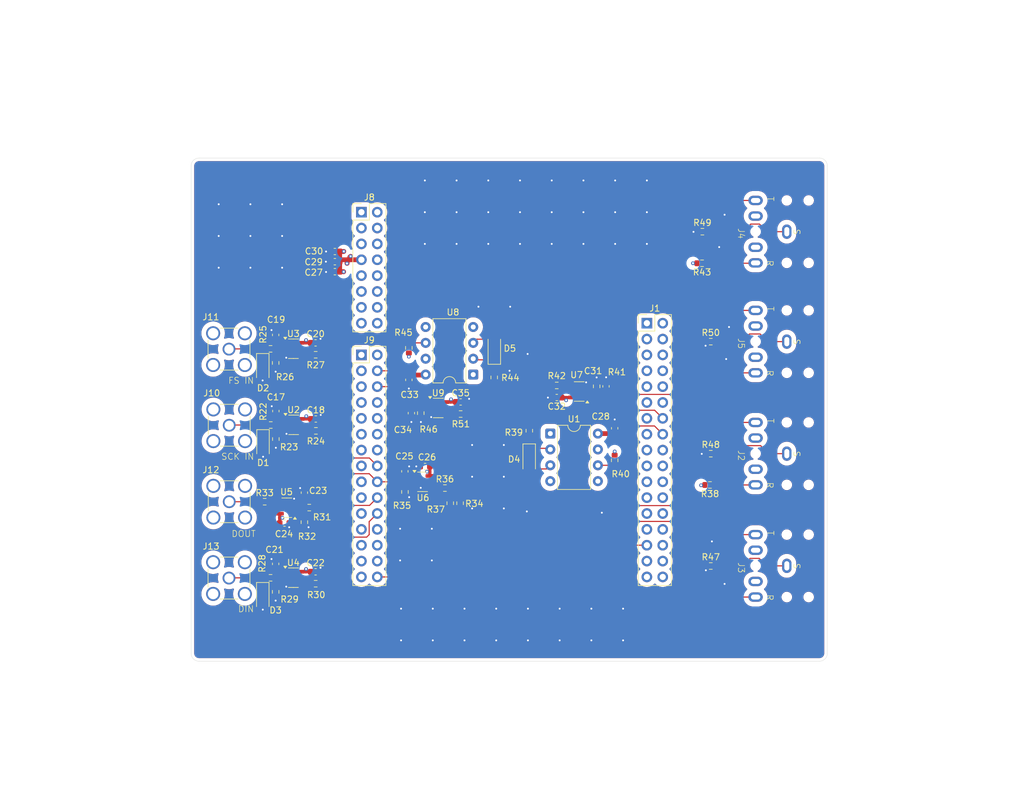
<source format=kicad_pcb>
(kicad_pcb (version 20241229) (generator "pcbnew") (generator_version "9.0")
  (layers (0 "F.Cu" signal) (4 "In1.Cu" signal) (6 "In2.Cu" signal) (2 "B.Cu" signal) (13 "F.Paste" user) (15 "B.Paste" user) (5 "F.SilkS" user "F.Silkscreen") (7 "B.SilkS" user "B.Silkscreen") (1 "F.Mask" user) (3 "B.Mask" user) (25 "Edge.Cuts" user))
  (net 0 "")
  (net 1 "GND")
  (net 5 "/TIM2_CH1___PA0")
  (net 10 "/TIM1_CH1___PE9")
  (net 11 "/USART6_A_TX")
  (net 16 "/TIM1_CH2___PE11")
  (net 25 "/USART6_A_RX")
  (net 34 "/CN8_5V")
  (net 35 "/IO_PG2")
  (net 41 "/IO_PG3")
  (net 42 "/IOREF")
  (net 43 "/VIN")
  (net 46 "/SAI1_B_FS___PF9")
  (net 47 "/SAI1_A_SD___PE6")
  (net 49 "/SAI1_A_MCLK___PE2")
  (net 51 "/PD3")
  (net 52 "/SAI1_B_SCK___PF8")
  (net 53 "/USART2_B_RX___PD6")
  (net 54 "/USART2_B_TX___PD6")
  (net 55 "/SAI1_A_SCK___PE5")
  (net 58 "/IO_PA7")
  (net 59 "/SAI1_B_SD___PE3")
  (net 60 "/IO_PG1")
  (net 61 "/SAI1_B_MCLK___PF7")
  (net 62 "/I2C2_B_SCL")
  (net 64 "/SAI1_A_FS___PE4")
  (net 66 "/PD4")
  (net 71 "/I2C2_B_SDA")
  (net 73 "Net-(C17-Pad1)")
  (net 74 "VDD")
  (net 75 "Net-(C19-Pad1)")
  (net 76 "Net-(C21-Pad1)")
  (net 77 "Net-(C23-Pad1)")
  (net 78 "Net-(D1-K)")
  (net 79 "Net-(D2-K)")
  (net 80 "Net-(D3-K)")
  (net 81 "Net-(R24-Pad1)")
  (net 82 "Net-(R27-Pad1)")
  (net 83 "Net-(R30-Pad1)")
  (net 84 "Net-(J12-In)")
  (net 85 "Net-(R33-Pad1)")
  (net 86 "Net-(R36-Pad1)")
  (net 92 "/buffer/OUT")
  (net 93 "Net-(D4-K)")
  (net 94 "Net-(D4-A)")
  (net 95 "Net-(J2-PadR)")
  (net 96 "Net-(J3-PadS)")
  (net 97 "Net-(J3-PadR)")
  (net 98 "Net-(R42-Pad1)")
  (net 103 "Net-(J2-PadS)")
  (net 104 "Net-(D5-A)")
  (net 105 "Net-(D5-K)")
  (net 106 "/midi_out1/MIDI_OUT")
  (net 107 "Net-(J4-PadR)")
  (net 108 "/midi_out2/MIDI_OUT")
  (net 109 "Net-(J4-PadS)")
  (net 110 "Net-(J5-PadR)")
  (net 111 "Net-(J5-PadS)")
  (net 112 "Net-(R51-Pad1)")
  (footprint "Resistor_SMD:R_0603_1608Metric" (layer "F.Cu") (at 143.7336 111.2012 90)
    (property "Reference" "R39")
    (property "Value" "220")
  )
  (footprint "Package_TO_SOT_SMD:SOT-23-5" (layer "F.Cu") (at 129.1391 107.5588)
    (property "Reference" "U9")
    (property "Value" "74LVC1G17")
  )
  (footprint "Connector_Coaxial:SMA_Amphenol_901-144_Vertical" (layer "F.Cu") (at 95.6312 98.1326)
    (property "Reference" "J11")
    (property "Value" "Conn_Coaxial")
  )
  (footprint "Diode_SMD:D_SOD-123F" (layer "F.Cu") (at 101.0792 113.2456 -90)
    (property "Reference" "D1")
    (property "Value" "D_Zener_Small")
  )
  (footprint "Diode_SMD:D_SOD-123F" (layer "F.Cu") (at 101.0414 101.0536 -90)
    (property "Reference" "D2")
    (property "Value" "D_Zener_Small")
  )
  (footprint "Capacitor_SMD:C_0603_1608Metric" (layer "F.Cu") (at 157.3988 110.8078 90)
    (property "Reference" "C28")
    (property "Value" "100nF")
  )
  (footprint "Capacitor_SMD:C_0603_1608Metric" (layer "F.Cu") (at 112.5852 84.1248 180)
    (property "Reference" "C29")
    (property "Value" "100nF")
  )
  (footprint "Capacitor_SMD:C_0603_1608Metric" (layer "F.Cu") (at 124.4396 103.0602 -90)
    (property "Reference" "C33")
    (property "Value" "100nF")
  )
  (footprint "Resistor_SMD:R_0603_1608Metric" (layer "F.Cu") (at 171.45 79.3204)
    (property "Reference" "R49")
    (property "Value" "0")
  )
  (footprint "Capacitor_SMD:C_0603_1608Metric" (layer "F.Cu") (at 132.7329 106.5936)
    (property "Reference" "C35")
    (property "Value" "100nF")
  )
  (footprint "Resistor_SMD:R_0603_1608Metric" (layer "F.Cu") (at 102.286 134.7624)
    (property "Reference" "R28")
    (property "Value" "0")
  )
  (footprint "nucleo_tdm_breakout:SJ1-3523N" (layer "F.Cu") (at 179.9718 79.3204 -90)
    (property "Reference" "J4")
    (property "Value" "AudioJack3")
  )
  (footprint "Resistor_SMD:R_0603_1608Metric" (layer "F.Cu") (at 172.7962 114.8734)
    (property "Reference" "R48")
    (property "Value" "0")
  )
  (footprint "Connector_PinHeader_2.54mm:PinHeader_2x15_P2.54mm_Vertical" (layer "F.Cu") (at 116.84 99.06)
    (property "Reference" "J9")
    (property "Value" "Conn_02x15_Odd_Even")
  )
  (footprint "Resistor_SMD:R_0603_1608Metric" (layer "F.Cu") (at 109.5128 99.0346)
    (property "Reference" "R27")
    (property "Value" "22")
  )
  (footprint "Package_TO_SOT_SMD:SOT-23-5" (layer "F.Cu") (at 151.7197 104.9172 180)
    (property "Reference" "U7")
    (property "Value" "74LVC1G17")
  )
  (footprint "Capacitor_SMD:C_0603_1608Metric" (layer "F.Cu") (at 103.1366 108.0516 90)
    (property "Reference" "C17")
    (property "Value" "C_Small")
  )
  (footprint "Resistor_SMD:R_0603_1608Metric" (layer "F.Cu") (at 132.7337 108.524)
    (property "Reference" "R51")
    (property "Value" "22")
  )
  (footprint "Capacitor_SMD:C_0603_1608Metric" (layer "F.Cu") (at 123.7996 117.7034 90)
    (property "Reference" "C25")
    (property "Value" "C_Small")
  )
  (footprint "Connector_PinHeader_2.54mm:PinHeader_2x08_P2.54mm_Vertical" (layer "F.Cu") (at 116.84 76.2)
    (property "Reference" "J8")
    (property "Value" "Conn_02x08_Odd_Even")
  )
  (footprint "Package_TO_SOT_SMD:SOT-23-5" (layer "F.Cu") (at 104.8892 123.5356 180)
    (property "Reference" "U5")
    (property "Value" "74LVC1G17")
  )
  (footprint "Package_TO_SOT_SMD:SOT-23-5" (layer "F.Cu") (at 126.6322 119.3924)
    (property "Reference" "U6")
    (property "Value" "74LVC1G17")
  )
  (footprint "nucleo_tdm_breakout:SJ1-3523N" (layer "F.Cu") (at 179.9718 114.8734 -90)
    (property "Reference" "J2")
    (property "Value" "AudioJack3")
  )
  (footprint "Resistor_SMD:R_0603_1608Metric" (layer "F.Cu") (at 124.4396 97.9292 90)
    (property "Reference" "R45")
    (property "Value" "470")
  )
  (footprint "Capacitor_SMD:C_0603_1608Metric" (layer "F.Cu") (at 127.0262 116.9286 180)
    (property "Reference" "C26")
    (property "Value" "100nF")
  )
  (footprint "Resistor_SMD:R_0603_1608Metric" (layer "F.Cu") (at 103.0988 100.3422 90)
    (property "Reference" "R26")
    (property "Value" "R_Small")
  )
  (footprint "Resistor_SMD:R_0603_1608Metric" (layer "F.Cu") (at 157.3988 115.9388 -90)
    (property "Reference" "R40")
    (property "Value" "470")
  )
  (footprint "Resistor_SMD:R_0603_1608Metric" (layer "F.Cu") (at 101.3454 122.5704 180)
    (property "Reference" "R33")
    (property "Value" "22")
  )
  (footprint "Resistor_SMD:R_0603_1608Metric" (layer "F.Cu") (at 103.0988 137.0098 90)
    (property "Reference" "R29")
    (property "Value" "R_Small")
  )
  (footprint "Capacitor_SMD:C_0603_1608Metric" (layer "F.Cu") (at 112.5852 82.4992 180)
    (property "Reference" "C30")
    (property "Value" "100nF")
  )
  (footprint "Capacitor_SMD:C_0603_1608Metric" (layer "F.Cu") (at 112.5852 85.725 180)
    (property "Reference" "C27")
    (property "Value" "100nF")
  )
  (footprint "Capacitor_SMD:C_0603_1608Metric" (layer "F.Cu") (at 156.0123 104.092 90)
    (property "Reference" "C31")
    (property "Value" "C_Small")
  )
  (footprint "Resistor_SMD:R_0603_1608Metric" (layer "F.Cu") (at 109.5506 111.2266)
    (property "Reference" "R24")
    (property "Value" "22")
  )
  (footprint "Resistor_SMD:R_0603_1608Metric" (layer "F.Cu") (at 172.6692 119.888 180)
    (property "Reference" "R38")
    (property "Value" "2.2k")
  )
  (footprint "Capacitor_SMD:C_0603_1608Metric" (layer "F.Cu") (at 107.7086 121.1226 90)
    (property "Reference" "C23")
    (property "Value" "C_Small")
  )
  (footprint "Resistor_SMD:R_0603_1608Metric" (layer "F.Cu") (at 102.3238 110.2868)
    (property "Reference" "R22")
    (property "Value" "0")
  )
  (footprint "Resistor_SMD:R_0603_1608Metric" (layer "F.Cu") (at 103.1366 112.5342 90)
    (property "Reference" "R23")
    (property "Value" "R_Small")
  )
  (footprint "Capacitor_SMD:C_0603_1608Metric" (layer "F.Cu") (at 109.4996 133.7972)
    (property "Reference" "C22")
    (property "Value" "100nF")
  )
  (footprint "Resistor_SMD:R_0603_1608Metric" (layer "F.Cu") (at 172.7962 96.9302)
    (property "Reference" "R50")
    (property "Value" "0")
  )
  (footprint "Diode_SMD:D_SOD-123F" (layer "F.Cu") (at 101.0414 137.7212 -90)
    (property "Reference" "D3")
    (property "Value" "D_Zener_Small")
  )
  (footprint "Resistor_SMD:R_0603_1608Metric" (layer "F.Cu") (at 130.2136 120.383)
    (property "Reference" "R36")
    (property "Value" "22")
  )
  (footprint "Package_TO_SOT_SMD:SOT-23-5" (layer "F.Cu") (at 105.9436 98.0694)
    (property "Reference" "U3")
    (property "Value" "74LVC1G17")
  )
  (footprint "nucleo_tdm_breakout:SJ1-3523N" (layer "F.Cu") (at 179.9718 132.842 -90)
    (property "Reference" "J3")
    (property "Value" "AudioJack3")
  )
  (footprint "Capacitor_SMD:C_0603_1608Metric" (layer "F.Cu") (at 103.0988 132.5272 90)
    (property "Reference" "C21")
    (property "Value" "C_Small")
  )
  (footprint "Resistor_SMD:R_0603_1608Metric" (layer "F.Cu") (at 172.7962 132.8674)
    (property "Reference" "R47")
    (property "Value" "0")
  )
  (footprint "Capacitor_SMD:C_0603_1608Metric" (layer "F.Cu") (at 148.1259 105.8824 180)
    (property "Reference" "C32")
    (property "Value" "100nF")
  )
  (footprint "Package_TO_SOT_SMD:SOT-23-5" (layer "F.Cu") (at 105.9814 110.2614)
    (property "Reference" "U2")
    (property "Value" "74LVC1G17")
  )
  (footprint "Diode_SMD:D_SOD-123" (layer "F.Cu") (at 138.1302 98.1964 90)
    (property "Reference" "D5")
    (property "Value" "1N4148W")
  )
  (footprint "Resistor_SMD:R_0603_1608Metric" (layer "F.Cu") (at 108.4828 123.5102 180)
    (property "Reference" "R31")
    (property "Value" "0")
  )
  (footprint "Resistor_SMD:R_0603_1608Metric" (layer "F.Cu") (at 123.8128 121.0054 90)
    (property "Reference" "R35")
    (property "Value" "R_Small")
  )
  (footprint "Capacitor_SMD:C_0603_1608Metric" (layer "F.Cu") (at 109.4996 97.1296)
    (property "Reference" "C20")
    (property "Value" "100nF")
  )
  (footprint "Package_TO_SOT_SMD:SOT-23-5" (layer "F.Cu") (at 105.9436 134.737)
    (property "Reference" "U4")
    (property "Value" "74LVC1G17")
  )
  (footprint "Resistor_SMD:R_0603_1608Metric" (layer "F.Cu") (at 132.6388 122.809 -90)
    (property "Reference" "R34")
    (property "Value" "0")
  )
  (footprint "Capacitor_SMD:C_0603_1608Metric" (layer "F.Cu") (at 103.0988 95.8596 90)
    (property "Reference" "C19")
    (property "Value" "C_Small")
  )
  (footprint "nucleo_tdm_breakout:SJ1-3523N" (layer "F.Cu") (at 179.9718 96.9302 -90)
    (property "Reference" "J5")
    (property "Value" "AudioJack3")
  )
  (footprint "Resistor_SMD:R_0603_1608Metric" (layer "F.Cu") (at 138.1048 102.6668 -90)
    (property "Reference" "R44")
    (property "Value" "220")
  )
  (footprint "Capacitor_SMD:C_0603_1608Metric" (layer "F.Cu") (at 109.5374 109.3216)
    (property "Reference" "C18")
    (property "Value" "100nF")
  )
  (footprint "Connector_Coaxial:SMA_Amphenol_901-144_Vertical" (layer "F.Cu") (at 95.669 110.3246)
    (property "Reference" "J10")
    (property "Value" "Conn_Coaxial")
  )
  (footprint "Resistor_SMD:R_0603_1608Metric" (layer "F.Cu") (at 131.064 122.809 -90)
    (property "Reference" "R37")
    (property "Value" "0")
  )
  (footprint "Resistor_SMD:R_0603_1608Metric" (layer "F.Cu") (at 154.5137 104.0922 -90)
    (property "Reference" "R41")
    (property "Value" "R_Small")
  )
  (footprint "Resistor_SMD:R_0603_1608Metric" (layer "F.Cu") (at 107.7086 125.847 90)
    (property "Reference" "R32")
    (property "Value" "R_Small")
  )
  (footprint "Connector_Coaxial:SMA_Amphenol_901-144_Vertical" (layer "F.Cu") (at 95.6312 134.8002)
    (property "Reference" "J13")
    (property "Value" "Conn_Coaxial")
  )
  (footprint "Connector_Coaxial:SMA_Amphenol_901-144_Vertical" (layer "F.Cu") (at 95.669 122.5704)
    (property "Reference" "J12")
    (property "Value" "Conn_Coaxial")
  )
  (footprint "Package_DIP:DIP-8_W7.62mm" (layer "F.Cu") (at 134.747 102.2096 180)
    (property "Reference" "U8")
    (property "Value" "6N137")
  )
  (footprint "Capacitor_SMD:C_0603_1608Metric" (layer "F.Cu") (at 104.5206 125.9994)
    (property "Reference" "C24")
    (property "Value" "100nF")
  )
  (footprint "Resistor_SMD:R_0603_1608Metric" (layer "F.Cu") (at 171.3992 84.3788 180)
    (property "Reference" "R43")
    (property "Value" "2.2k")
  )
  (footprint "Connector_PinHeader_2.54mm:PinHeader_2x17_P2.54mm_Vertical" (layer "F.Cu") (at 162.56 93.98)
    (property "Reference" "J1")
    (property "Value" "Conn_02x17_Odd_Even")
  )
  (footprint "Resistor_SMD:R_0603_1608Metric" (layer "F.Cu") (at 148.1251 103.952 180)
    (property "Reference" "R42")
    (property "Value" "22")
  )
  (footprint "Diode_SMD:D_SOD-123" (layer "F.Cu") (at 143.7082 115.6716 -90)
    (property "Reference" "D4")
    (property "Value" "1N4148W")
  )
  (footprint "Resistor_SMD:R_0603_1608Metric" (layer "F.Cu") (at 102.286 98.0948)
    (property "Reference" "R25")
    (property "Value" "0")
  )
  (footprint "Package_DIP:DIP-8_W7.62mm" (layer "F.Cu") (at 147.0914 111.6584)
    (property "Reference" "U1")
    (property "Value" "6N137")
  )
  (footprint "Resistor_SMD:R_0603_1608Metric" (layer "F.Cu") (at 126.3451 108.3838 90)
    (property "Reference" "R46")
    (property "Value" "R_Small")
  )
  (footprint "Resistor_SMD:R_0603_1608Metric" (layer "F.Cu") (at 109.5128 135.7022)
    (property "Reference" "R30")
    (property "Value" "22")
  )
  (footprint "Capacitor_SMD:C_0603_1608Metric" (layer "F.Cu") (at 124.8465 108.384 -90)
    (property "Reference" "C34")
    (property "Value" "C_Small")
  )
  (gr_line (start 191.4652 68.7959) (end 191.4652 146.8501) (stroke (width 0.05)) (layer "Edge.Cuts"))
  (gr_arc (start 90.8304 148.1201) (mid 89.932374 147.748126) (end 89.5604 146.8501) (stroke (width 0.05)) (layer "Edge.Cuts"))
  (gr_arc (start 191.4652 146.8501) (mid 191.093226 147.748126) (end 190.1952 148.1201) (stroke (width 0.05)) (layer "Edge.Cuts"))
  (gr_arc (start 190.1952 67.5259) (mid 191.093226 67.897874) (end 191.4652 68.7959) (stroke (width 0.05)) (layer "Edge.Cuts"))
  (gr_line (start 90.8304 67.5259) (end 190.1952 67.5259) (stroke (width 0.05)) (layer "Edge.Cuts"))
  (gr_line (start 89.5604 146.8501) (end 89.5604 68.7959) (stroke (width 0.05)) (layer "Edge.Cuts"))
  (gr_arc (start 89.5604 68.7959) (mid 89.932374 67.897874) (end 90.8304 67.5259) (stroke (width 0.05)) (layer "Edge.Cuts"))
  (gr_line (start 190.1952 148.1201) (end 90.8304 148.1201) (stroke (width 0.05)) (layer "Edge.Cuts"))
  (gr_text "DIN" (at 97.028 140.335 0) (layer "F.SilkS") (effects (font (size 1 1) (thickness 0.1)) (justify left bottom)))
  (gr_text "FS IN" (at 95.4532 103.759 0) (layer "F.SilkS") (effects (font (size 1 1) (thickness 0.1)) (justify left bottom)))
  (gr_text "DOUT" (at 95.9866 128.2954 0) (layer "F.SilkS") (effects (font (size 1 1) (thickness 0.1)) (justify left bottom)))
  (gr_text "SCK IN" (at 94.3356 115.9256 0) (layer "F.SilkS") (effects (font (size 1 1) (thickness 0.1)) (justify left bottom)))
  (segment (start 104.8061 136.1663) (end 104.8006 136.1718) (width 0.1778) (layer "F.Cu") (net 1))
  (segment (start 156.0123 103.317) (end 156.0123 102.6613) (width 0.1778) (layer "F.Cu") (net 1))
  (segment (start 171.9712 97.5736) (end 171.958 97.5868) (width 0.1778) (layer "F.Cu") (net 1))
  (segment (start 157.3988 110.0328) (end 157.3988 109.4028) (width 0.1778) (layer "F.Cu") (net 1))
  (segment (start 157.3988 109.4028) (end 157.4038 109.3978) (width 0.1778) (layer "F.Cu") (net 1))
  (segment (start 125.641 116.9286) (end 125.6284 116.916) (width 0.1778) (layer "F.Cu") (net 1))
  (segment (start 103.1366 113.3592) (end 103.1366 113.9314) (width 0.1778) (layer "F.Cu") (net 1))
  (segment (start 125.4947 120.3424) (end 126.337 120.3424) (width 0.1778) (layer "F.Cu") (net 1))
  (segment (start 123.7996 116.9284) (end 124.473 116.9284) (width 0.1778) (layer "F.Cu") (net 1))
  (segment (start 152.8572 103.9672) (end 152.8572 103.4796) (width 0.1778) (layer "F.Cu") (net 1))
  (segment (start 101.0414 102.4536) (end 101.0414 103.1238) (width 0.1778) (layer "F.Cu") (net 1))
  (segment (start 171.9712 114.8734) (end 171.3846 114.8734) (width 0.1778) (layer "F.Cu") (net 1))
  (segment (start 104.8061 99.0194) (end 104.8061 99.4987) (width 0.1778) (layer "F.Cu") (net 1))
  (segment (start 111.8102 85.725) (end 111.2266 85.725) (width 0.1778) (layer "F.Cu") (net 1))
  (segment (start 107.7086 126.672) (end 108.3568 126.672) (width 0.1778) (layer "F.Cu") (net 1))
  (segment (start 171.9712 133.5156) (end 172.0088 133.5532) (width 0.1778) (layer "F.Cu") (net 1))
  (segment (start 110.2746 133.1616) (end 110.287 133.1492) (width 0.1778) (layer "F.Cu") (net 1))
  (segment (start 170.0568 79.3204) (end 170.0276 79.3496) (width 0.1778) (layer "F.Cu") (net 1))
  (segment (start 105.2956 126.6344) (end 105.2702 126.6598) (width 0.1778) (layer "F.Cu") (net 1))
  (segment (start 104.8439 111.2114) (end 104.8439 111.6907) (width 0.1778) (layer "F.Cu") (net 1))
  (segment (start 101.0792 114.6456) (end 101.0792 115.354) (width 0.1778) (layer "F.Cu") (net 1))
  (segment (start 133.5079 106.5936) (end 133.5888 106.5936) (width 0.1778) (layer "F.Cu") (net 1))
  (segment (start 126.2512 116.9286) (end 125.641 116.9286) (width 0.1778) (layer "F.Cu") (net 1))
  (segment (start 133.5888 106.5936) (end 134.0866 106.0958) (width 0.1778) (layer "F.Cu") (net 1))
  (segment (start 106.0267 122.1187) (end 106.0576 122.0878) (width 0.1778) (layer "F.Cu") (net 1))
  (segment (start 123.8128 121.8304) (end 124.4722 121.8304) (width 0.1778) (layer "F.Cu") (net 1))
  (segment (start 103.0988 131.7522) (end 102.4384 131.7522) (width 0.1778) (layer "F.Cu") (net 1))
  (segment (start 108.3568 126.672) (end 108.369 126.6598) (width 0.1778) (layer "F.Cu") (net 1))
  (segment (start 103.0988 95.0846) (end 102.4384 95.0846) (width 0.1778) (layer "F.Cu") (net 1))
  (segment (start 128.0016 109.0024) (end 128.016 109.0168) (width 0.1778) (layer "F.Cu") (net 1))
  (segment (start 103.0988 137.8348) (end 103.0988 138.407) (width 0.1778) (layer "F.Cu") (net 1))
  (segment (start 126.3451 109.7843) (end 126.365 109.8042) (width 0.1778) (layer "F.Cu") (net 1))
  (segment (start 105.2956 125.9994) (end 105.2956 126.6344) (width 0.1778) (layer "F.Cu") (net 1))
  (segment (start 110.3124 108.686) (end 110.3248 108.6736) (width 0.1778) (layer "F.Cu") (net 1))
  (segment (start 152.8572 103.4796) (end 152.8318 103.4542) (width 0.1778) (layer "F.Cu") (net 1))
  (segment (start 170.625 79.3204) (end 170.0568 79.3204) (width 0.1778) (layer "F.Cu") (net 1))
  (segment (start 111.8102 82.4992) (end 111.1758 82.4992) (width 0.1778) (layer "F.Cu") (net 1))
  (segment (start 104.8061 135.687) (end 104.8061 136.1663) (width 0.1778) (layer "F.Cu") (net 1))
  (segment (start 110.2746 133.7972) (end 110.2746 133.1616) (width 0.1778) (layer "F.Cu") (net 1))
  (segment (start 124.4722 121.8304) (end 124.4854 121.8436) (width 0.1778) (layer "F.Cu") (net 1))
  (segment (start 171.3846 114.8734) (end 171.3484 114.9096) (width 0.1778) (layer "F.Cu") (net 1))
  (segment (start 101.0414 103.1238) (end 101.0158 103.1494) (width 0.1778) (layer "F.Cu") (net 1))
  (segment (start 104.8061 99.4987) (end 104.8006 99.5042) (width 0.1778) (layer "F.Cu") (net 1))
  (segment (start 107.7086 120.3476) (end 107.0612 120.3476) (width 0.1778) (layer "F.Cu") (net 1))
  (segment (start 124.8465 109.159) (end 124.8465 109.7987) (width 0.1778) (layer "F.Cu") (net 1))
  (segment (start 126.3451 109.2088) (end 126.3451 109.7843) (width 0.1778) (layer "F.Cu") (net 1))
  (segment (start 171.9712 132.8674) (end 171.9712 133.5156) (width 0.1778) (layer "F.Cu") (net 1))
  (segment (start 154.5082 102.6668) (end 154.5137 102.6723) (width 0.1778) (layer "F.Cu") (net 1))
  (segment (start 124.4396 104.4398) (end 124.4346 104.4448) (width 0.1778) (layer "F.Cu") (net 1))
  (segment (start 110.3124 109.3216) (end 110.3124 108.686) (width 0.1778) (layer "F.Cu") (net 1))
  (segment (start 156.0123 102.6613) (end 156.0322 102.6414) (width 0.1778) (layer "F.Cu") (net 1))
  (segment (start 154.5137 102.6723) (end 154.5137 103.2672) (width 0.1778) (layer "F.Cu") (net 1))
  (segment (start 111.8102 84.1248) (end 111.1504 84.1248) (width 0.1778) (layer "F.Cu") (net 1))
  (segment (start 103.1366 107.2766) (end 102.4762 107.2766) (width 0.1778) (layer "F.Cu") (net 1))
  (segment (start 124.4396 103.8352) (end 124.4396 104.4398) (width 0.1778) (layer "F.Cu") (net 1))
  (segment (start 101.0414 139.1212) (end 101.0414 139.8548) (width 0.1778) (layer "F.Cu") (net 1))
  (segment (start 126.337 120.3424) (end 126.3396 120.345) (width 0.1778) (layer "F.Cu") (net 1))
  (segment (start 106.0267 122.5856) (end 106.0267 122.1187) (width 0.1778) (layer "F.Cu") (net 1))
  (segment (start 104.8439 111.6907) (end 104.8384 111.6962) (width 0.1778) (layer "F.Cu") (net 1))
  (segment (start 107.0612 120.3476) (end 107.0228 120.386) (width 0.1778) (layer "F.Cu") (net 1))
  (segment (start 101.0792 115.354) (end 101.092 115.3668) (width 0.1778) (layer "F.Cu") (net 1))
  (segment (start 124.473 116.9284) (end 124.4854 116.916) (width 0.1778) (layer "F.Cu") (net 1))
  (segment (start 146.7206 105.8824) (end 146.7104 105.8926) (width 0.1778) (layer "F.Cu") (net 1))
  (segment (start 128.0016 108.5088) (end 128.0016 109.0024) (width 0.1778) (layer "F.Cu") (net 1))
  (segment (start 111.2266 85.725) (end 111.1758 85.7758) (width 0.1778) (layer "F.Cu") (net 1))
  (segment (start 103.0988 101.1672) (end 103.0988 101.7394) (width 0.1778) (layer "F.Cu") (net 1))
  (segment (start 147.3509 105.8824) (end 146.7206 105.8824) (width 0.1778) (layer "F.Cu") (net 1))
  (segment (start 124.8465 109.7987) (end 124.841 109.8042) (width 0.1778) (layer "F.Cu") (net 1))
  (segment (start 171.9712 96.9302) (end 171.9712 97.5736) (width 0.1778) (layer "F.Cu") (net 1))
  (via (at 162.56 71.12) (size 0.6) (drill 0.3) (layers "F.Cu" "B.Cu") (net 1))
  (via (at 127 76.2) (size 0.6) (drill 0.3) (layers "F.Cu" "B.Cu") (net 1))
  (via (at 107.0228 120.386) (size 0.6) (drill 0.3) (layers "F.Cu" "B.Cu") (net 1))
  (via (at 124.4854 116.916) (size 0.6) (drill 0.3) (layers "F.Cu" "B.Cu") (net 1))
  (via (at 106.0576 122.0878) (size 0.6) (drill 0.3) (layers "F.Cu" "B.Cu") (net 1))
  (via (at 110.287 133.1492) (size 0.6) (drill 0.3) (layers "F.Cu" "B.Cu") (net 1))
  (via (at 175.26 99.7204) (size 0.6) (drill 0.3) (layers "F.Cu" "B.Cu") (net 1))
  (via (at 133.35 144.78) (size 0.6) (drill 0.3) (layers "F.Cu" "B.Cu") (net 1))
  (via (at 132.08 76.2) (size 0.6) (drill 0.3) (layers "F.Cu" "B.Cu") (net 1))
  (via (at 142.24 81.28) (size 0.6) (drill 0.3) (layers "F.Cu" "B.Cu") (net 1))
  (via (at 152.4 71.12) (size 0.6) (drill 0.3) (layers "F.Cu" "B.Cu") (net 1))
  (via (at 111.1758 82.4992) (size 0.6) (drill 0.3) (layers "F.Cu" "B.Cu") (net 1))
  (via (at 153.67 144.78) (size 0.6) (drill 0.3) (layers "F.Cu" "B.Cu") (net 1))
  (via (at 124.4854 121.8436) (size 0.6) (drill 0.3) (layers "F.Cu" "B.Cu") (net 1))
  (via (at 139.6492 113.4872) (size 0.6) (drill 0.3) (layers "F.Cu" "B.Cu") (net 1))
  (via (at 175.006 135.7376) (size 0.6) (drill 0.3) (layers "F.Cu" "B.Cu") (net 1))
  (via (at 99.06 80.01) (size 0.6) (drill 0.3) (layers "F.Cu" "B.Cu") (net 1))
  (via (at 137.16 81.28) (size 0.6) (drill 0.3) (layers "F.Cu" "B.Cu") (net 1))
  (via (at 93.98 80.01) (size 0.6) (drill 0.3) (layers "F.Cu" "B.Cu") (net 1))
  (via (at 126.365 109.8042) (size 0.6) (drill 0.3) (layers "F.Cu" "B.Cu") (net 1))
  (via (at 143.4592 98.9076) (size 0.6) (drill 0.3) (layers "F.Cu" "B.Cu") (net 1))
  (via (at 126.3396 120.345) (size 0.6) (drill 0.3) (layers "F.Cu" "B.Cu") (net 1))
  (via (at 157.48 76.2) (size 0.6) (drill 0.3) (layers "F.Cu" "B.Cu") (net 1))
  (via (at 104.14 74.93) (size 0.6) (drill 0.3) (layers "F.Cu" "B.Cu") (net 1))
  (via (at 175.7172 94.5896) (size 0.6) (drill 0.3) (layers "F.Cu" "B.Cu") (net 1))
  (via (at 170.0276 79.3496) (size 0.6) (drill 0.3) (layers "F.Cu" "B.Cu") (net 1))
  (via (at 162.56 81.28) (size 0.6) (drill 0.3) (layers "F.Cu" "B.Cu") (net 1))
  (via (at 146.7104 105.8926) (size 0.6) (drill 0.3) (layers "F.Cu" "B.Cu") (net 1))
  (via (at 153.67 139.7) (size 0.6) (drill 0.3) (layers "F.Cu" "B.Cu") (net 1))
  (via (at 102.4762 107.2766) (size 0.6) (drill 0.3) (layers "F.Cu" "B.Cu") (net 1))
  (via (at 123.19 139.7) (size 0.6) (drill 0.3) (layers "F.Cu" "B.Cu") (net 1))
  (via (at 147.32 81.28) (size 0.6) (drill 0.3) (layers "F.Cu" "B.Cu") (net 1))
  (via (at 128.1176 126.8984) (size 0.6) (drill 0.3) (layers "F.Cu" "B.Cu") (net 1))
  (via (at 147.32 76.2) (size 0.6) (drill 0.3) (layers "F.Cu" "B.Cu") (net 1))
  (via (at 175.006 76.6064) (size 0.6) (drill 0.3) (layers "F.Cu" "B.Cu") (net 1))
  (via (at 132.08 81.28) (size 0.6) (drill 0.3) (layers "F.Cu" "B.Cu") (net 1))
  (via (at 128.1176 131.9784) (size 0.6) (drill 0.3) (layers "F.Cu" "B.Cu") (net 1))
  (via (at 132.08 71.12) (size 0.6) (drill 0.3) (layers "F.Cu" "B.Cu") (net 1))
  (via (at 158.75 139.7) (size 0.6) (drill 0.3) (layers "F.Cu" "B.Cu") (net 1))
  (via (at 157.48 71.12) (size 0.6) (drill 0.3) (layers "F.Cu" "B.Cu") (net 1))
  (via (at 104.14 85.09) (size 0.6) (drill 0.3) (layers "F.Cu" "B.Cu") (net 1))
  (via (at 139.6492 118.5672) (size 0.6) (drill 0.3) (layers "F.Cu" "B.Cu") (net 1))
  (via (at 172.974 128.9304) (size 0.6) (drill 0.3) (layers "F.Cu" "B.Cu") (net 1))
  (via (at 104.8006 99.5042) (size 0.6) (drill 0.3) (layers "F.Cu" "B.Cu") (net 1))
  (via (at 152.4 76.2) (size 0.6) (drill 0.3) (layers "F.Cu" "B.Cu") (net 1))
  (via (at 143.51 139.7) (size 0.6) (drill 0.3) (layers "F.Cu" "B.Cu") (net 1))
  (via (at 171.958 97.5868) (size 0.6) (drill 0.3) (layers "F.Cu" "B.Cu") (net 1))
  (via (at 102.4384 95.0846) (size 0.6) (drill 0.3) (layers "F.Cu" "B.Cu") (net 1))
  (via (at 102.4384 131.7522) (size 0.6) (drill 0.3) (layers "F.Cu" "B.Cu") (net 1))
  (via (at 124.4346 104.4448) (size 0.6) (drill 0.3) (layers "F.Cu" "B.Cu") (net 1))
  (via (at 158.75 144.78) (size 0.6) (drill 0.3) (layers "F.Cu" "B.Cu") (net 1))
  (via (at 128.27 139.7) (size 0.6) (drill 0.3) (layers "F.Cu" "B.Cu") (net 1))
  (via (at 142.24 76.2) (size 0.6) (drill 0.3) (layers "F.Cu" "B.Cu") (net 1))
  (via (at 101.0158 103.1494) (size 0.6) (drill 0.3) (layers "F.Cu" "B.Cu") (net 1))
  (via (at 138.43 144.78) (size 0.6) (drill 0.3) (layers "F.Cu" "B.Cu") (net 1))
  (via (at 104.8006 136.1718) (size 0.6) (drill 0.3) (layers "F.Cu" "B.Cu") (net 1))
  (via (at 110.3248 108.6736) (size 0.6) (drill 0.3) (layers "F.Cu" "B.Cu") (net 1))
  (via (at 134.5692 123.6472) (size 0.6) (drill 0.3) (layers "F.Cu" "B.Cu") (net 1))
  (via (at 104.8384 111.6962) (size 0.6) (drill 0.3) (layers "F.Cu" "B.Cu") (net 1))
  (via (at 127 81.28) (size 0.6) (drill 0.3) (layers "F.Cu" "B.Cu") (net 1))
  (via (at 133.35 139.7) (size 0.6) (drill 0.3) (layers "F.Cu" "B.Cu") (net 1))
  (via (at 110.287 96.4816) (size 0.6) (drill 0.3) (layers "F.Cu" "B.Cu") (net 1))
  (via (at 157.4038 109.3978) (size 0.6) (drill 0.3) (layers "F.Cu" "B.Cu") (net 1))
  (via (at 111.1504 84.1248) (size 0.6) (drill 0.3) (layers "F.Cu" "B.Cu") (net 1))
  (via (at 93.98 74.93) (size 0.6) (drill 0.3) (layers "F.Cu" "B.Cu") (net 1))
  (via (at 138.43 139.7) (size 0.6) (drill 0.3) (layers "F.Cu" "B.Cu") (net 1))
  (via (at 157.48 81.28) (size 0.6) (drill 0.3) (layers "F.Cu" "B.Cu") (net 1))
  (via (at 162.56 76.2) (size 0.6) (drill 0.3) (layers "F.Cu" "B.Cu") (net 1))
  (via (at 99.06 74.93) (size 0.6) (drill 0.3) (layers "F.Cu" "B.Cu") (net 1))
  (via (at 108.369 126.6598) (size 0.6) (drill 0.3) (layers "F.Cu" "B.Cu") (net 1))
  (via (at 123.0376 126.8984) (size 0.6) (drill 0.3) (layers "F.Cu" "B.Cu") (net 1))
  (via (at 99.06 85.09) (size 0.6) (drill 0.3) (layers "F.Cu" "B.Cu") (net 1))
  (via (at 172.0088 133.5532) (size 0.6) (drill 0.3) (layers "F.Cu" "B.Cu") (net 1))
  (via (at 105.2702 126.6598) (size 0.6) (drill 0.3) (layers "F.Cu" "B.Cu") (net 1))
  (via (at 148.59 139.7) (size 0.6) (drill 0.3) (layers "F.Cu" "B.Cu") (net 1))
  (via (at 123.19 144.78) (size 0.6) (drill 0.3) (layers "F.Cu" "B.Cu") (net 1))
  (via (at 142.24 71.12) (size 0.6) (drill 0.3) (layers "F.Cu" "B.Cu") (net 1))
  (via (at 143.3322 124.1298) (size 0.6) (drill 0.3) (layers "F.Cu" "B.Cu") (net 1))
  (via (at 128.016 109.0168) (size 0.6) (drill 0.3) (layers "F.Cu" "B.Cu") (net 1))
  (via (at 171.3484 114.9096) (size 0.6) (drill 0.3) (layers "F.Cu" "B.Cu") (net 1))
  (via (at 103.1366 113.9314) (size 0.6) (drill 0.3) (layers "F.Cu" "B.Cu") (net 1))
  (via (at 140.6652 91.3384) (size 0.6) (drill 0.3) (layers "F.Cu" "B.Cu") (net 1))
  (via (at 152.8318 103.4542) (size 0.6) (drill 0.3) (layers "F.Cu" "B.Cu") (net 1))
  (via (at 152.4 81.28) (size 0.6) (drill 0.3) (layers "F.Cu" "B.Cu") (net 1))
  (via (at 156.0322 102.6414) (size 0.6) (drill 0.3) (layers "F.Cu" "B.Cu") (net 1))
  (via (at 135.5852 91.3384) (size 0.6) (drill 0.3) (layers "F.Cu" "B.Cu") (net 1))
  (via (at 139.6492 123.6472) (size 0.6) (drill 0.3) (layers "F.Cu" "B.Cu") (net 1))
  (via (at 174.1424 81.788) (size 0.6) (drill 0.3) (layers "F.Cu" "B.Cu") (net 1))
  (via (at 148.59 144.78) (size 0.6) (drill 0.3) (layers "F.Cu" "B.Cu") (net 1))
  (via (at 125.6284 116.916) (size 0.6) (drill 0.3) (layers "F.Cu" "B.Cu") (net 1))
  (via (at 104.14 80.01) (size 0.6) (drill 0.3) (layers "F.Cu" "B.Cu") (net 1))
  (via (at 127 71.12) (size 0.6) (drill 0.3) (layers "F.Cu" "B.Cu") (net 1))
  (via (at 134.5692 113.4872) (size 0.6) (drill 0.3) (layers "F.Cu" "B.Cu") (net 1))
  (via (at 137.16 76.2) (size 0.6) (drill 0.3) (layers "F.Cu" "B.Cu") (net 1))
  (via (at 140.5636 101.6) (size 0.6) (drill 0.3) (layers "F.Cu" "B.Cu") (net 1))
  (via (at 137.16 71.12) (size 0.6) (drill 0.3) (layers "F.Cu" "B.Cu") (net 1))
  (via (at 134.5692 118.5672) (size 0.6) (drill 0.3) (layers "F.Cu" "B.Cu") (net 1))
  (via (at 134.0866 106.0958) (size 0.6) (drill 0.3) (layers "F.Cu" "B.Cu") (net 1))
  (via (at 93.98 85.09) (size 0.6) (drill 0.3) (layers "F.Cu" "B.Cu") (net 1))
  (via (at 154.5082 102.6668) (size 0.6) (drill 0.3) (layers "F.Cu" "B.Cu") (net 1))
  (via (at 103.0988 101.7394) (size 0.6) (drill 0.3) (layers "F.Cu" "B.Cu") (net 1))
  (via (at 101.092 115.3668) (size 0.6) (drill 0.3) (layers "F.Cu" "B.Cu") (net 1))
  (via (at 143.51 144.78) (size 0.6) (drill 0.3) (layers "F.Cu" "B.Cu") (net 1))
  (via (at 147.32 71.12) (size 0.6) (drill 0.3) (layers "F.Cu" "B.Cu") (net 1))
  (via (at 111.1758 85.7758) (size 0.6) (drill 0.3) (layers "F.Cu" "B.Cu") (net 1))
  (via (at 103.0988 138.407) (size 0.6) (drill 0.3) (layers "F.Cu" "B.Cu") (net 1))
  (via (at 128.27 144.78) (size 0.6) (drill 0.3) (layers "F.Cu" "B.Cu") (net 1))
  (via (at 124.841 109.8042) (size 0.6) (drill 0.3) (layers "F.Cu" "B.Cu") (net 1))
  (via (at 101.0414 139.8548) (size 0.6) (drill 0.3) (layers "F.Cu" "B.Cu") (net 1))
  (via (at 123.0376 131.9784) (size 0.6) (drill 0.3) (layers "F.Cu" "B.Cu") (net 1))
  (via (at 155.3464 124.333) (size 0.6) (drill 0.3) (layers "F.Cu" "B.Cu") (net 1))
  (segment (start 132.6388 128.3716) (end 133.8072 129.54) (width 0.1778) (layer "F.Cu") (net 5))
  (segment (start 133.8072 129.54) (end 162.56 129.54) (width 0.1778) (layer "F.Cu") (net 5))
  (segment (start 132.6388 123.634) (end 132.6388 128.3716) (width 0.1778) (layer "F.Cu") (net 5))
  (segment (start 156.3624 107.9246) (end 156.0123 107.5745) (width 0.1778) (layer "F.Cu") (net 11))
  (segment (start 152.8572 104.9172) (end 154.5137 104.9172) (width 0.1778) (layer "F.Cu") (net 11))
  (segment (start 163.8046 107.9246) (end 156.3624 107.9246) (width 0.1778) (layer "F.Cu") (net 11))
  (segment (start 155.9621 104.9172) (end 156.0123 104.867) (width 0.1778) (layer "F.Cu") (net 11))
  (segment (start 165.1 109.22) (end 163.8046 107.9246) (width 0.1778) (layer "F.Cu") (net 11))
  (segment (start 156.0123 107.5745) (end 156.0123 104.867) (width 0.1778) (layer "F.Cu") (net 11))
  (segment (start 154.5137 104.9172) (end 155.9621 104.9172) (width 0.1778) (layer "F.Cu") (net 11))
  (segment (start 154.7114 116.7384) (end 157.3734 116.7384) (width 0.1778) (layer "F.Cu") (net 25))
  (segment (start 159.639 111.633) (end 160.8328 110.4392) (width 0.1778) (layer "F.Cu") (net 25))
  (segment (start 163.7792 110.4392) (end 165.1 111.76) (width 0.1778) (layer "F.Cu") (net 25))
  (segment (start 157.3734 116.7384) (end 157.3988 116.7638) (width 0.1778) (layer "F.Cu") (net 25))
  (segment (start 160.8328 110.4392) (end 163.7792 110.4392) (width 0.1778) (layer "F.Cu") (net 25))
  (segment (start 158.9024 116.7638) (end 159.639 116.0272) (width 0.1778) (layer "F.Cu") (net 25))
  (segment (start 159.639 116.0272) (end 159.639 111.633) (width 0.1778) (layer "F.Cu") (net 25))
  (segment (start 157.3988 116.7638) (end 158.9024 116.7638) (width 0.1778) (layer "F.Cu") (net 25))
  (segment (start 118.1354 123.1646) (end 109.6534 123.1646) (width 0.1778) (layer "F.Cu") (net 47))
  (segment (start 109.6534 123.1646) (end 109.3078 123.5102) (width 0.1778) (layer "F.Cu") (net 47))
  (segment (start 119.38 121.92) (end 118.1354 123.1646) (width 0.1778) (layer "F.Cu") (net 47))
  (segment (start 127.127 97.1296) (end 124.465 97.1296) (width 0.1778) (layer "F.Cu") (net 53))
  (segment (start 122.2756 100.711) (end 122.2756 97.8662) (width 0.1778) (layer "F.Cu") (net 53))
  (segment (start 119.38 101.6) (end 121.3866 101.6) (width 0.1778) (layer "F.Cu") (net 53))
  (segment (start 124.465 97.1296) (end 124.4396 97.1042) (width 0.1778) (layer "F.Cu") (net 53))
  (segment (start 122.2756 97.8662) (end 123.0376 97.1042) (width 0.1778) (layer "F.Cu") (net 53))
  (segment (start 121.3866 101.6) (end 122.2756 100.711) (width 0.1778) (layer "F.Cu") (net 53))
  (segment (start 123.0376 97.1042) (end 124.4396 97.1042) (width 0.1778) (layer "F.Cu") (net 53))
  (segment (start 128.0016 107.5588) (end 126.3451 107.5588) (width 0.1778) (layer "F.Cu") (net 54))
  (segment (start 119.38 104.14) (end 121.2088 104.14) (width 0.1778) (layer "F.Cu") (net 54))
  (segment (start 121.2088 104.14) (end 122.1994 105.1306) (width 0.1778) (layer "F.Cu") (net 54))
  (segment (start 122.1994 106.807) (end 123.0014 107.609) (width 0.1778) (layer "F.Cu") (net 54))
  (segment (start 126.2949 107.609) (end 126.3451 107.5588) (width 0.1778) (layer "F.Cu") (net 54))
  (segment (start 123.0014 107.609) (end 124.8465 107.609) (width 0.1778) (layer "F.Cu") (net 54))
  (segment (start 122.1994 105.1306) (end 122.1994 106.807) (width 0.1778) (layer "F.Cu") (net 54))
  (segment (start 124.8465 107.609) (end 126.2949 107.609) (width 0.1778) (layer "F.Cu") (net 54))
  (segment (start 111.506 118.0846) (end 118.0846 118.0846) (width 0.1778) (layer "F.Cu") (net 55))
  (segment (start 123.7996 119.38) (end 125.4823 119.38) (width 0.1778) (layer "F.Cu") (net 55))
  (segment (start 119.38 119.38) (end 123.7996 119.38) (width 0.1778) (layer "F.Cu") (net 55))
  (segment (start 123.8128 119.3932) (end 123.7996 119.38) (width 0.1778) (layer "F.Cu") (net 55))
  (segment (start 110.3756 111.2266) (end 110.3756 116.9542) (width 0.1778) (layer "F.Cu") (net 55))
  (segment (start 125.4823 119.38) (end 125.4947 119.3924) (width 0.1778) (layer "F.Cu") (net 55))
  (segment (start 123.8128 120.1804) (end 123.8128 119.3932) (width 0.1778) (layer "F.Cu") (net 55))
  (segment (start 118.0846 118.0846) (end 119.38 119.38) (width 0.1778) (layer "F.Cu") (net 55))
  (segment (start 110.3756 116.9542) (end 111.506 118.0846) (width 0.1778) (layer "F.Cu") (net 55))
  (segment (start 123.7996 118.4784) (end 123.7996 119.38) (width 0.1778) (layer "F.Cu") (net 55))
  (segment (start 114.2746 128.2446) (end 117.6782 128.2446) (width 0.1778) (layer "F.Cu") (net 59))
  (segment (start 117.6782 128.2446) (end 118.0846 127.8382) (width 0.1778) (layer "F.Cu") (net 59))
  (segment (start 112.3796 135.7022) (end 113.284 134.7978) (width 0.1778) (layer "F.Cu") (net 59))
  (segment (start 113.284 129.2352) (end 114.2746 128.2446) (width 0.1778) (layer "F.Cu") (net 59))
  (segment (start 113.284 134.7978) (end 113.284 129.2352) (width 0.1778) (layer "F.Cu") (net 59))
  (segment (start 118.0846 125.7554) (end 119.38 124.46) (width 0.1778) (layer "F.Cu") (net 59))
  (segment (start 118.0846 127.8382) (end 118.0846 125.7554) (width 0.1778) (layer "F.Cu") (net 59))
  (segment (start 110.3378 135.7022) (end 112.3796 135.7022) (width 0.1778) (layer "F.Cu") (net 59))
  (segment (start 130.0734 134.62) (end 119.38 134.62) (width 0.1778) (layer "F.Cu") (net 60))
  (segment (start 131.064 123.634) (end 131.064 133.6294) (width 0.1778) (layer "F.Cu") (net 60))
  (segment (start 131.064 133.6294) (end 130.0734 134.62) (width 0.1778) (layer "F.Cu") (net 60))
  (segment (start 112.9792 99.5934) (end 112.9792 114.808) (width 0.1778) (layer "F.Cu") (net 64))
  (segment (start 112.4204 99.0346) (end 112.9792 99.5934) (width 0.1778) (layer "F.Cu") (net 64))
  (segment (start 118.11 115.57) (end 119.38 116.84) (width 0.1778) (layer "F.Cu") (net 64))
  (segment (start 112.9792 114.808) (end 113.7412 115.57) (width 0.1778) (layer "F.Cu") (net 64))
  (segment (start 113.7412 115.57) (end 118.11 115.57) (width 0.1778) (layer "F.Cu") (net 64))
  (segment (start 110.3378 99.0346) (end 112.4204 99.0346) (width 0.1778) (layer "F.Cu") (net 64))
  (segment (start 103.1488 110.2868) (end 103.1488 108.8388) (width 0.1778) (layer "F.Cu") (net 73))
  (segment (start 104.8439 110.2614) (end 103.1742 110.2614) (width 0.1778) (layer "F.Cu") (net 73))
  (segment (start 103.1742 110.2614) (end 103.1488 110.2868) (width 0.1778) (layer "F.Cu") (net 73))
  (segment (start 103.1488 110.2868) (end 103.1488 111.697) (width 0.1778) (layer "F.Cu") (net 73))
  (segment (start 103.1488 111.697) (end 103.1366 111.7092) (width 0.1778) (layer "F.Cu") (net 73))
  (segment (start 103.1488 108.8388) (end 103.1366 108.8266) (width 0.1778) (layer "F.Cu") (net 73))
  (segment (start 157.3988 114.5336) (end 157.4038 114.5286) (width 0.1778) (layer "F.Cu") (net 74))
  (segment (start 171.8442 119.888) (end 171.2976 119.888) (width 0.1778) (layer "F.Cu") (net 74))
  (segment (start 149.5806 105.8824) (end 149.5806 106.2736) (width 0.508) (layer "F.Cu") (net 74))
  (segment (start 148.9009 105.8824) (end 149.5806 105.8824) (width 0.508) (layer "F.Cu") (net 74))
  (segment (start 103.7517 125.1612) (end 103.7517 125.9933) (width 0.508) (layer "F.Cu") (net 74))
  (segment (start 107.9626 109.3114) (end 107.9626 108.9276) (width 0.508) (layer "F.Cu") (net 74))
  (segment (start 114.9858 83.82) (end 114.554 83.82) (width 0.762) (layer "F.Cu") (net 74))
  (segment (start 157.3988 115.1138) (end 157.3988 114.5336) (width 0.1778) (layer "F.Cu") (net 74))
  (segment (start 107.9626 109.3114) (end 108.7522 109.3114) (width 0.508) (layer "F.Cu") (net 74))
  (segment (start 114.554 83.82) (end 113.665 83.82) (width 0.762) (layer "F.Cu") (net 74))
  (segment (start 131.1148 106.2482) (end 131.191 106.172) (width 0.508) (layer "F.Cu") (net 74))
  (segment (start 103.7517 125.1612) (end 104.178 125.1612) (width 0.508) (layer "F.Cu") (net 74))
  (segment (start 107.9248 133.4032) (end 107.9756 133.3524) (width 0.508) (layer "F.Cu") (net 74))
  (segment (start 127.8012 116.9286) (end 127.8012 117.7796) (width 0.508) (layer "F.Cu") (net 74))
  (segment (start 103.7517 125.9933) (end 103.7456 125.9994) (width 0.508) (layer "F.Cu") (net 74))
  (segment (start 131.1148 106.6088) (end 131.1148 106.2482) (width 0.508) (layer "F.Cu") (net 74))
  (segment (start 107.0811 133.787) (end 107.9248 133.787) (width 0.508) (layer "F.Cu") (net 74))
  (segment (start 170.5742 84.3788) (end 169.9514 84.3788) (width 0.1778) (layer "F.Cu") (net 74))
  (segment (start 130.2766 106.6088) (end 131.1148 106.6088) (width 0.508) (layer "F.Cu") (net 74))
  (segment (start 116.84 83.82) (end 114.9858 83.82) (width 0.762) (layer "F.Cu") (net 74))
  (segment (start 114.9858 83.82) (end 114.9858 83.3882) (width 0.762) (layer "F.Cu") (net 74))
  (segment (start 114.554 83.82) (end 114.554 84.3788) (width 0.762) (layer "F.Cu") (net 74))
  (segment (start 154.7114 111.6584) (end 157.3232 111.6584) (width 0.762) (layer "F.Cu") (net 74))
  (segment (start 107.9248 96.7356) (end 107.9756 96.6848) (width 0.508) (layer "F.Cu") (net 74))
  (segment (start 107.9248 133.787) (end 108.7144 133.787) (width 0.508) (layer "F.Cu") (net 74))
  (segment (start 127.381 117.7796) (end 127.3556 117.7542) (width 0.508) (layer "F.Cu") (net 74))
  (segment (start 131.9427 106.6088) (end 131.9579 106.5936) (width 0.508) (layer "F.Cu") (net 74))
  (segment (start 107.9248 97.1194) (end 108.7144 97.1194) (width 0.508) (layer "F.Cu") (net 74))
  (segment (start 107.9626 108.9276) (end 108.0134 108.8768) (width 0.508) (layer "F.Cu") (net 74))
  (segment (start 131.1148 106.6088) (end 131.9427 106.6088) (width 0.508) (layer "F.Cu") (net 74))
  (segment (start 124.4396 99.3344) (end 124.4346 99.3394) (width 0.1778) (layer "F.Cu") (net 74))
  (segment (start 113.3602 82.4992) (end 113.9952 82.4992) (width 0.762) (layer "F.Cu") (net 74))
  (segment (start 114.554 84.3788) (end 114.5286 84.4042) (width 0.762) (layer "F.Cu") (net 74))
  (segment (start 107.1189 109.3114) (end 107.9626 109.3114) (width 0.508) (layer "F.Cu") (net 74))
  (segment (start 127.8012 118.4109) (end 127.7697 118.4424) (width 0.508) (layer "F.Cu") (net 74))
  (segment (start 113.9698 85.725) (end 113.9952 85.7504) (width 0.762) (layer "F.Cu") (net 74))
  (segment (start 113.3602 85.725) (end 113.9698 85.725) (width 0.762) (layer "F.Cu") (net 74))
  (segment (start 149.5806 106.2736) (end 149.6314 106.3244) (width 0.508) (layer "F.Cu") (net 74))
  (segment (start 113.665 83.82) (end 113.3602 84.1248) (width 0.762) (layer "F.Cu") (net 74))
  (segment (start 107.9248 133.787) (end 107.9248 133.4032) (width 0.508) (layer "F.Cu") (net 74))
  (segment (start 127.8012 117.7796) (end 127.381 117.7796) (width 0.508) (layer "F.Cu") (net 74))
  (segment (start 108.7522 109.3114) (end 108.7624 109.3216) (width 0.508) (layer "F.Cu") (net 74))
  (segment (start 103.7517 124.4856) (end 103.7517 125.1612) (width 0.508) (layer "F.Cu") (net 74))
  (segment (start 127.8012 117.7796) (end 127.8012 118.4109) (width 0.508) (layer "F.Cu") (net 74))
  (segment (start 113.9952 82.4992) (end 114.0206 82.4738) (width 0.762) (layer "F.Cu") (net 74))
  (segment (start 114.9858 83.3882) (end 115.1128 83.2612) (width 0.762) (layer "F.Cu") (net 74))
  (segment (start 124.4396 102.2852) (end 127.0514 102.2852) (width 0.762) (layer "F.Cu") (net 74))
  (segment (start 127.0514 102.2852) (end 127.127 102.2096) (width 0.762) (layer "F.Cu") (net 74))
  (segment (start 124.4396 98.7542) (end 124.4396 99.3344) (width 0.1778) (layer "F.Cu") (net 74))
  (segment (start 150.567 105.8824) (end 150.5822 105.8672) (width 0.508) (layer "F.Cu") (net 74))
  (segment (start 107.9248 97.1194) (end 107.9248 96.7356) (width 0.508) (layer "F.Cu") (net 74))
  (segment (start 108.7144 133.787) (end 108.7246 133.7972) (width 0.508) (layer "F.Cu") (net 74))
  (segment (start 149.5806 105.8824) (end 150.567 105.8824) (width 0.508) (layer "F.Cu") (net 74))
  (segment (start 171.2976 119.888) (end 171.2468 119.9388) (width 0.1778) (layer "F.Cu") (net 74))
  (segment (start 108.7144 97.1194) (end 108.7246 97.1296) (width 0.508) (layer "F.Cu") (net 74))
  (segment (start 113.3602 82.4992) (end 113.3602 85.725) (width 0.762) (layer "F.Cu") (net 74))
  (segment (start 157.3232 111.6584) (end 157.3988 111.5828) (width 0.762) (layer "F.Cu") (net 74))
  (segment (start 107.0811 97.1194) (end 107.9248 97.1194) (width 0.508) (layer "F.Cu") (net 74))
  (via (at 107.9756 133.3524) (size 0.6) (drill 0.3) (layers "F.Cu" "B.Cu") (net 74))
  (via (at 131.191 106.172) (size 0.6) (drill 0.3) (layers "F.Cu" "B.Cu") (net 74))
  (via (at 108.0134 108.8768) (size 0.6) (drill 0.3) (layers "F.Cu" "B.Cu") (net 74))
  (via (at 115.1128 83.2612) (size 0.6) (drill 0.3) (layers "F.Cu" "B.Cu") (net 74))
  (via (at 124.4346 99.3394) (size 0.6) (drill 0.3) (layers "F.Cu" "B.Cu") (net 74))
  (via (at 114.5286 84.4042) (size 0.6) (drill 0.3) (layers "F.Cu" "B.Cu") (net 74))
  (via (at 149.6314 106.3244) (size 0.6) (drill 0.3) (layers "F.Cu" "B.Cu") (net 74))
  (via (at 127.3556 117.7542) (size 0.6) (drill 0.3) (layers "F.Cu" "B.Cu") (net 74))
  (via (at 107.9756 96.6848) (size 0.6) (drill 0.3) (layers "F.Cu" "B.Cu") (net 74))
  (via (at 104.178 125.1612) (size 0.6) (drill 0.3) (layers "F.Cu" "B.Cu") (net 74))
  (via (at 157.4038 114.5286) (size 0.6) (drill 0.3) (layers "F.Cu" "B.Cu") (net 74))
  (via (at 171.2468 119.9388) (size 0.6) (drill 0.3) (layers "F.Cu" "B.Cu") (net 74))
  (via (at 114.0206 82.4738) (size 0.6) (drill 0.3) (layers "F.Cu" "B.Cu") (net 74))
  (via (at 169.9514 84.3788) (size 0.6) (drill 0.3) (layers "F.Cu" "B.Cu") (net 74))
  (via (at 113.9952 85.7504) (size 0.6) (drill 0.3) (layers "F.Cu" "B.Cu") (net 74))
  (segment (start 103.111 96.6468) (end 103.0988 96.6346) (width 0.1778) (layer "F.Cu") (net 75))
  (segment (start 104.8061 98.0694) (end 103.1364 98.0694) (width 0.1778) (layer "F.Cu") (net 75))
  (segment (start 103.111 98.0948) (end 103.111 99.505) (width 0.1778) (layer "F.Cu") (net 75))
  (segment (start 103.111 98.0948) (end 103.111 96.6468) (width 0.1778) (layer "F.Cu") (net 75))
  (segment (start 103.1364 98.0694) (end 103.111 98.0948) (width 0.1778) (layer "F.Cu") (net 75))
  (segment (start 103.111 99.505) (end 103.0988 99.5172) (width 0.1778) (layer "F.Cu") (net 75))
  (segment (start 103.111 136.1726) (end 103.0988 136.1848) (width 0.1778) (layer "F.Cu") (net 76))
  (segment (start 103.1364 134.737) (end 103.111 134.7624) (width 0.1778) (layer "F.Cu") (net 76))
  (segment (start 103.111 134.7624) (end 103.111 136.1726) (width 0.1778) (layer "F.Cu") (net 76))
  (segment (start 103.111 133.3144) (end 103.0988 133.3022) (width 0.1778) (layer "F.Cu") (net 76))
  (segment (start 103.111 134.7624) (end 103.111 133.3144) (width 0.1778) (layer "F.Cu") (net 76))
  (segment (start 104.8061 134.737) (end 103.1364 134.737) (width 0.1778) (layer "F.Cu") (net 76))
  (segment (start 107.6324 123.5356) (end 107.6578 123.5102) (width 0.1778) (layer "F.Cu") (net 77))
  (segment (start 107.7086 121.8976) (end 107.7086 123.4594) (width 0.1778) (layer "F.Cu") (net 77))
  (segment (start 107.7086 123.561) (end 107.6578 123.5102) (width 0.1778) (layer "F.Cu") (net 77))
  (segment (start 106.0267 123.5356) (end 107.6324 123.5356) (width 0.1778) (layer "F.Cu") (net 77))
  (segment (start 107.7086 123.4594) (end 107.6578 123.5102) (width 0.1778) (layer "F.Cu") (net 77))
  (segment (start 107.7086 125.022) (end 107.7086 123.561) (width 0.1778) (layer "F.Cu") (net 77))
  (segment (start 95.7068 110.2868) (end 95.669 110.3246) (width 0.1778) (layer "F.Cu") (net 78))
  (segment (start 101.4988 110.2868) (end 101.4988 111.426) (width 0.1778) (layer "F.Cu") (net 78))
  (segment (start 101.4988 110.2868) (end 95.7068 110.2868) (width 0.1778) (layer "F.Cu") (net 78))
  (segment (start 101.4988 111.426) (end 101.0792 111.8456) (width 0.1778) (layer "F.Cu") (net 78))
  (segment (start 101.461 98.0948) (end 95.669 98.0948) (width 0.1778) (layer "F.Cu") (net 79))
  (segment (start 101.461 98.0948) (end 101.461 99.234) (width 0.1778) (layer "F.Cu") (net 79))
  (segment (start 95.669 98.0948) (end 95.6312 98.1326) (width 0.1778) (layer "F.Cu") (net 79))
  (segment (start 101.461 99.234) (end 101.0414 99.6536) (width 0.1778) (layer "F.Cu") (net 79))
  (segment (start 101.461 135.9016) (end 101.0414 136.3212) (width 0.1778) (layer "F.Cu") (net 80))
  (segment (start 101.461 134.7624) (end 95.669 134.7624) (width 0.1778) (layer "F.Cu") (net 80))
  (segment (start 101.461 134.7624) (end 101.461 135.9016) (width 0.1778) (layer "F.Cu") (net 80))
  (segment (start 95.669 134.7624) (end 95.6312 134.8002) (width 0.1778) (layer "F.Cu") (net 80))
  (segment (start 108.7104 111.2114) (end 108.7256 111.2266) (width 0.1778) (layer "F.Cu") (net 81))
  (segment (start 107.1189 111.2114) (end 108.7104 111.2114) (width 0.1778) (layer "F.Cu") (net 81))
  (segment (start 107.0811 99.0194) (end 108.6726 99.0194) (width 0.1778) (layer "F.Cu") (net 82))
  (segment (start 108.6726 99.0194) (end 108.6878 99.0346) (width 0.1778) (layer "F.Cu") (net 82))
  (segment (start 107.0811 135.687) (end 108.6726 135.687) (width 0.1778) (layer "F.Cu") (net 83))
  (segment (start 108.6726 135.687) (end 108.6878 135.7022) (width 0.1778) (layer "F.Cu") (net 83))
  (segment (start 100.5204 122.5704) (end 95.669 122.5704) (width 0.1778) (layer "F.Cu") (net 84))
  (segment (start 103.7365 122.5704) (end 103.7517 122.5856) (width 0.1778) (layer "F.Cu") (net 85))
  (segment (start 102.1704 122.5704) (end 103.7365 122.5704) (width 0.1778) (layer "F.Cu") (net 85))
  (segment (start 129.348 120.3424) (end 129.3886 120.383) (width 0.1778) (layer "F.Cu") (net 86))
  (segment (start 127.7697 120.3424) (end 129.348 120.3424) (width 0.1778) (layer "F.Cu") (net 86))
  (segment (start 131.0386 121.9586) (end 131.064 121.984) (width 0.1778) (layer "F.Cu") (net 92))
  (segment (start 131.0386 120.383) (end 131.0386 121.9586) (width 0.1778) (layer "F.Cu") (net 92))
  (segment (start 131.064 121.984) (end 132.6388 121.984) (width 0.1778) (layer "F.Cu") (net 92))
  (segment (start 143.7336 112.0262) (end 143.7336 113.9962) (width 0.1778) (layer "F.Cu") (net 93))
  (segment (start 143.7336 113.9962) (end 143.7082 114.0216) (width 0.1778) (layer "F.Cu") (net 93))
  (segment (start 146.9146 114.0216) (end 147.0914 114.1984) (width 0.1778) (layer "F.Cu") (net 93))
  (segment (start 143.7082 114.0216) (end 146.9146 114.0216) (width 0.1778) (layer "F.Cu") (net 93))
  (segment (start 144.8308 123.19) (end 143.7082 122.0674) (width 0.1778) (layer "F.Cu") (net 94))
  (segment (start 175.3654 127.842) (end 174.6631 127.1397) (width 0.1778) (layer "F.Cu") (net 94))
  (segment (start 174.6631 127.1397) (end 174.6631 124.0409) (width 0.1778) (layer "F.Cu") (net 94))
  (segment (start 179.9718 127.842) (end 175.3654 127.842) (width 0.1778) (layer "F.Cu") (net 94))
  (segment (start 174.6631 124.0409) (end 173.8122 123.19) (width 0.1778) (layer "F.Cu") (net 94))
  (segment (start 173.8122 123.19) (end 144.8308 123.19) (width 0.1778) (layer "F.Cu") (net 94))
  (segment (start 143.7082 117.3216) (end 146.5082 117.3216) (width 0.1778) (layer "F.Cu") (net 94))
  (segment (start 146.5082 117.3216) (end 147.0914 116.7384) (width 0.1778) (layer "F.Cu") (net 94))
  (segment (start 143.7082 122.0674) (end 143.7082 117.3216) (width 0.1778) (layer "F.Cu") (net 94))
  (segment (start 179.9572 119.888) (end 179.9718 119.8734) (width 0.1778) (layer "F.Cu") (net 95))
  (segment (start 173.4942 119.888) (end 179.9572 119.888) (width 0.1778) (layer "F.Cu") (net 95))
  (segment (start 179.0954 131.6482) (end 180.5432 131.6482) (width 0.1778) (layer "F.Cu") (net 96))
  (segment (start 173.6212 132.8674) (end 177.8762 132.8674) (width 0.1778) (layer "F.Cu") (net 96))
  (segment (start 177.8762 132.8674) (end 179.0954 131.6482) (width 0.1778) (layer "F.Cu") (net 96))
  (segment (start 181.737 132.842) (end 184.9718 132.842) (width 0.1778) (layer "F.Cu") (net 96))
  (segment (start 180.5432 131.6482) (end 181.737 132.842) (width 0.1778) (layer "F.Cu") (net 96))
  (segment (start 142.4686 125.73) (end 169.7736 125.73) (width 0.1778) (layer "F.Cu") (net 97))
  (segment (start 171.5224 137.842) (end 179.9718 137.842) (width 0.1778) (layer "F.Cu") (net 97))
  (segment (start 170.561 136.8806) (end 171.5224 137.842) (width 0.1778) (layer "F.Cu") (net 97))
  (segment (start 141.3764 110.744) (end 141.3764 124.6378) (width 0.1778) (layer "F.Cu") (net 97))
  (segment (start 143.7336 110.3762) (end 143.695 110.3376) (width 0.1778) (layer "F.Cu") (net 97))
  (segment (start 143.695 110.3376) (end 141.7828 110.3376) (width 0.1778) (layer "F.Cu") (net 97))
  (segment (start 141.7828 110.3376) (end 141.3764 110.744) (width 0.1778) (layer "F.Cu") (net 97))
  (segment (start 141.3764 124.6378) (end 142.4686 125.73) (width 0.1778) (layer "F.Cu") (net 97))
  (segment (start 169.7736 125.73) (end 170.561 126.5174) (width 0.1778) (layer "F.Cu") (net 97))
  (segment (start 170.561 126.5174) (end 170.561 136.8806) (width 0.1778) (layer "F.Cu") (net 97))
  (segment (start 150.5822 103.9672) (end 148.9653 103.9672) (width 0.1778) (layer "F.Cu") (net 98))
  (segment (start 148.9653 103.9672) (end 148.9501 103.952) (width 0.1778) (layer "F.Cu") (net 98))
  (segment (start 173.6212 114.8734) (end 177.3282 114.8734) (width 0.1778) (layer "F.Cu") (net 103))
  (segment (start 182.0564 114.8734) (end 184.9718 114.8734) (width 0.1778) (layer "F.Cu") (net 103))
  (segment (start 177.3282 114.8734) (end 178.6128 113.5888) (width 0.1778) (layer "F.Cu") (net 103))
  (segment (start 180.7718 113.5888) (end 182.0564 114.8734) (width 0.1778) (layer "F.Cu") (net 103))
  (segment (start 178.6128 113.5888) (end 180.7718 113.5888) (width 0.1778) (layer "F.Cu") (net 103))
  (segment (start 144.7546 91.4146) (end 147.5232 88.646) (width 0.1778) (layer "F.Cu") (net 104))
  (segment (start 138.1302 96.5464) (end 135.3302 96.5464) (width 0.1778) (layer "F.Cu") (net 104))
  (segment (start 142.874 96.5464) (end 144.7546 94.6658) (width 0.1778) (layer "F.Cu") (net 104))
  (segment (start 144.7546 94.6658) (end 144.7546 91.4146) (width 0.1778) (layer "F.Cu") (net 104))
  (segment (start 138.1302 96.5464) (end 142.874 96.5464) (width 0.1778) (layer "F.Cu") (net 104))
  (segment (start 170.7464 91.9302) (end 179.9718 91.9302) (width 0.1778) (layer "F.Cu") (net 104))
  (segment (start 135.3302 96.5464) (end 134.747 97.1296) (width 0.1778) (layer "F.Cu") (net 104))
  (segment (start 147.5232 88.646) (end 167.4622 88.646) (width 0.1778) (layer "F.Cu") (net 104))
  (segment (start 167.4622 88.646) (end 170.7464 91.9302) (width 0.1778) (layer "F.Cu") (net 104))
  (segment (start 138.1048 101.8418) (end 138.1048 99.8718) (width 0.1778) (layer "F.Cu") (net 105))
  (segment (start 134.9238 99.8464) (end 134.747 99.6696) (width 0.1778) (layer "F.Cu") (net 105))
  (segment (start 138.1302 99.8464) (end 134.9238 99.8464) (width 0.1778) (layer "F.Cu") (net 105))
  (segment (start 138.1048 99.8718) (end 138.1302 99.8464) (width 0.1778) (layer "F.Cu") (net 105))
  (segment (start 174.4656 109.8734) (end 179.9718 109.8734) (width 0.1778) (layer "F.Cu") (net 106))
  (segment (start 173.7868 106.0704) (end 173.7868 109.1946) (width 0.1778) (layer "F.Cu") (net 106))
  (segment (start 147.3001 102.4327) (end 147.9042 101.8286) (width 0.1778) (layer "F.Cu") (net 106))
  (segment (start 147.9042 101.8286) (end 157.1752 101.8286) (width 0.1778) (layer "F.Cu") (net 106))
  (segment (start 173.7868 109.1946) (end 174.4656 109.8734) (width 0.1778) (layer "F.Cu") (net 106))
  (segment (start 147.3001 103.952) (end 147.3001 102.4327) (width 0.1778) (layer "F.Cu") (net 106))
  (segment (start 158.0388 102.6922) (end 158.0388 104.775) (width 0.1778) (layer "F.Cu") (net 106))
  (segment (start 158.6484 105.3846) (end 173.101 105.3846) (width 0.1778) (layer "F.Cu") (net 106))
  (segment (start 173.101 105.3846) (end 173.7868 106.0704) (width 0.1778) (layer "F.Cu") (net 106))
  (segment (start 158.0388 104.775) (end 158.6484 105.3846) (width 0.1778) (layer "F.Cu") (net 106))
  (segment (start 157.1752 101.8286) (end 158.0388 102.6922) (width 0.1778) (layer "F.Cu") (net 106))
  (segment (start 172.2242 84.3788) (end 179.9134 84.3788) (width 0.1778) (layer "F.Cu") (net 107))
  (segment (start 179.9134 84.3788) (end 179.9718 84.3204) (width 0.1778) (layer "F.Cu") (net 107))
  (segment (start 130.7592 87.249) (end 167.132 87.249) (width 0.1778) (layer "F.Cu") (net 108))
  (segment (start 168.7322 85.6488) (end 168.7322 75.692) (width 0.1778) (layer "F.Cu") (net 108))
  (segment (start 133.5587 108.524) (end 134.5032 108.524) (width 0.1778) (layer "F.Cu") (net 108))
  (segment (start 129.5654 88.4428) (end 130.7592 87.249) (width 0.1778) (layer "F.Cu") (net 108))
  (segment (start 170.1038 74.3204) (end 179.9718 74.3204) (width 0.1778) (layer "F.Cu") (net 108))
  (segment (start 168.7322 75.692) (end 170.1038 74.3204) (width 0.1778) (layer "F.Cu") (net 108))
  (segment (start 130.5306 105.0036) (end 129.5654 104.0384) (width 0.1778) (layer "F.Cu") (net 108))
  (segment (start 167.132 87.249) (end 168.7322 85.6488) (width 0.1778) (layer "F.Cu") (net 108))
  (segment (start 135.0772 105.6894) (end 134.3914 105.0036) (width 0.1778) (layer "F.Cu") (net 108))
  (segment (start 134.5032 108.524) (end 135.0772 107.95) (width 0.1778) (layer "F.Cu") (net 108))
  (segment (start 134.3914 105.0036) (end 130.5306 105.0036) (width 0.1778) (layer "F.Cu") (net 108))
  (segment (start 135.0772 107.95) (end 135.0772 105.6894) (width 0.1778) (layer "F.Cu") (net 108))
  (segment (start 129.5654 104.0384) (end 129.5654 88.4428) (width 0.1778) (layer "F.Cu") (net 108))
  (segment (start 179.197 78.105) (end 180.594 78.105) (width 0.1778) (layer "F.Cu") (net 109))
  (segment (start 181.8094 79.3204) (end 184.9718 79.3204) (width 0.1778) (layer "F.Cu") (net 109))
  (segment (start 172.275 79.3204) (end 177.9816 79.3204) (width 0.1778) (layer "F.Cu") (net 109))
  (segment (start 177.9816 79.3204) (end 179.197 78.105) (width 0.1778) (layer "F.Cu") (net 109))
  (segment (start 180.594 78.105) (end 181.8094 79.3204) (width 0.1778) (layer "F.Cu") (net 109))
  (segment (start 169.672 99.8728) (end 171.7294 101.9302) (width 0.1778) (layer "F.Cu") (net 110))
  (segment (start 166.5224 89.916) (end 169.672 93.0656) (width 0.1778) (layer "F.Cu") (net 110))
  (segment (start 146.1008 92.6592) (end 148.844 89.916) (width 0.1778) (layer "F.Cu") (net 110))
  (segment (start 171.7294 101.9302) (end 179.9718 101.9302) (width 0.1778) (layer "F.Cu") (net 110))
  (segment (start 146.1008 100.965) (end 146.1008 92.6592) (width 0.1778) (layer "F.Cu") (net 110))
  (segment (start 138.1048 103.4918) (end 143.574 103.4918) (width 0.1778) (layer "F.Cu") (net 110))
  (segment (start 169.672 93.0656) (end 169.672 99.8728) (width 0.1778) (layer "F.Cu") (net 110))
  (segment (start 148.844 89.916) (end 166.5224 89.916) (width 0.1778) (layer "F.Cu") (net 110))
  (segment (start 143.574 103.4918) (end 146.1008 100.965) (width 0.1778) (layer "F.Cu") (net 110))
  (segment (start 173.6212 96.9302) (end 177.7708 96.9302) (width 0.1778) (layer "F.Cu") (net 111))
  (segment (start 181.9186 96.9302) (end 184.9718 96.9302) (width 0.1778) (layer "F.Cu") (net 111))
  (segment (start 180.6956 95.7072) (end 181.9186 96.9302) (width 0.1778) (layer "F.Cu") (net 111))
  (segment (start 178.9938 95.7072) (end 180.6956 95.7072) (width 0.1778) (layer "F.Cu") (net 111))
  (segment (start 177.7708 96.9302) (end 178.9938 95.7072) (width 0.1778) (layer "F.Cu") (net 111))
  (segment (start 131.8935 108.5088) (end 131.9087 108.524) (width 0.1778) (layer "F.Cu") (net 112))
  (segment (start 130.2766 108.5088) (end 131.8935 108.5088) (width 0.1778) (layer "F.Cu") (net 112))
  (zone (net 1) (net_name "GND") (layers "F.Cu" "B.Cu") (priority 2) (connect_pads no (clearance 0.762)) (min_thickness 0.254) (fill yes (thermal_gap 0.5) (thermal_bridge_width 0.5))
    (polygon (pts (xy 88.9508 42.2148) (xy 194.9958 42.2148) (xy 222.9612 70.1802) (xy 222.9612 149.86) (xy 204.1144 168.7068) (xy 69.088 168.7068) (xy 58.9534 158.5722) (xy 58.9534 72.2122)))
  )
)
</source>
